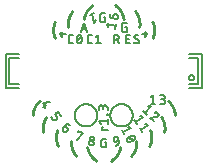
<source format=gto>
G75*
%MOIN*%
%OFA0B0*%
%FSLAX25Y25*%
%IPPOS*%
%LPD*%
%AMOC8*
5,1,8,0,0,1.08239X$1,22.5*
%
%ADD10C,0.00600*%
%ADD11C,0.00787*%
%ADD12C,0.00500*%
%ADD13C,0.01000*%
D10*
X0041045Y0043964D02*
X0041559Y0044600D01*
X0042322Y0043982D01*
X0041559Y0044599D02*
X0041606Y0044653D01*
X0041654Y0044704D01*
X0041706Y0044753D01*
X0041760Y0044798D01*
X0041817Y0044841D01*
X0041876Y0044881D01*
X0041936Y0044917D01*
X0041999Y0044950D01*
X0042063Y0044979D01*
X0042129Y0045005D01*
X0042197Y0045028D01*
X0042265Y0045046D01*
X0042334Y0045061D01*
X0042404Y0045073D01*
X0042475Y0045080D01*
X0042545Y0045084D01*
X0042616Y0045083D01*
X0042687Y0045079D01*
X0042757Y0045071D01*
X0042827Y0045060D01*
X0042896Y0045044D01*
X0042964Y0045025D01*
X0043031Y0045002D01*
X0043097Y0044976D01*
X0043161Y0044946D01*
X0043224Y0044912D01*
X0043284Y0044876D01*
X0043343Y0044836D01*
X0043399Y0044793D01*
X0042322Y0043982D02*
X0042358Y0043950D01*
X0042393Y0043915D01*
X0042424Y0043878D01*
X0042453Y0043838D01*
X0042479Y0043797D01*
X0042501Y0043753D01*
X0042521Y0043708D01*
X0042536Y0043662D01*
X0042549Y0043615D01*
X0042557Y0043567D01*
X0042563Y0043518D01*
X0042564Y0043469D01*
X0042562Y0043420D01*
X0042556Y0043372D01*
X0042546Y0043324D01*
X0042533Y0043277D01*
X0042517Y0043231D01*
X0042497Y0043186D01*
X0042474Y0043143D01*
X0042448Y0043102D01*
X0042418Y0043062D01*
X0042315Y0042935D01*
X0042316Y0042935D02*
X0042279Y0042893D01*
X0042240Y0042853D01*
X0042198Y0042817D01*
X0042153Y0042783D01*
X0042107Y0042752D01*
X0042058Y0042725D01*
X0042008Y0042700D01*
X0041956Y0042680D01*
X0041902Y0042663D01*
X0041848Y0042649D01*
X0041793Y0042640D01*
X0041738Y0042634D01*
X0041682Y0042632D01*
X0041626Y0042634D01*
X0041570Y0042639D01*
X0041515Y0042649D01*
X0041461Y0042662D01*
X0041408Y0042679D01*
X0041356Y0042699D01*
X0041305Y0042723D01*
X0041257Y0042750D01*
X0041210Y0042781D01*
X0041165Y0042814D01*
X0041123Y0042851D01*
X0041083Y0042890D01*
X0041047Y0042932D01*
X0041013Y0042977D01*
X0040982Y0043023D01*
X0040955Y0043072D01*
X0040930Y0043122D01*
X0040910Y0043174D01*
X0040893Y0043228D01*
X0040879Y0043282D01*
X0040870Y0043337D01*
X0040864Y0043392D01*
X0040862Y0043448D01*
X0040864Y0043504D01*
X0040869Y0043560D01*
X0040879Y0043615D01*
X0040892Y0043669D01*
X0040909Y0043722D01*
X0040929Y0043774D01*
X0040953Y0043825D01*
X0040980Y0043873D01*
X0041011Y0043920D01*
X0041044Y0043965D01*
X0038880Y0046697D02*
X0038623Y0046495D01*
X0038623Y0046496D02*
X0038583Y0046467D01*
X0038541Y0046441D01*
X0038498Y0046419D01*
X0038453Y0046400D01*
X0038407Y0046384D01*
X0038359Y0046372D01*
X0038311Y0046363D01*
X0038262Y0046358D01*
X0038213Y0046357D01*
X0038165Y0046359D01*
X0038116Y0046365D01*
X0038068Y0046375D01*
X0038021Y0046388D01*
X0037975Y0046405D01*
X0037930Y0046425D01*
X0037887Y0046448D01*
X0037846Y0046474D01*
X0037807Y0046504D01*
X0037770Y0046536D01*
X0037736Y0046571D01*
X0037705Y0046608D01*
X0037101Y0047381D01*
X0038881Y0046697D02*
X0038918Y0046728D01*
X0038953Y0046762D01*
X0038985Y0046799D01*
X0039015Y0046838D01*
X0039041Y0046879D01*
X0039064Y0046922D01*
X0039084Y0046967D01*
X0039101Y0047013D01*
X0039114Y0047060D01*
X0039124Y0047108D01*
X0039130Y0047157D01*
X0039132Y0047205D01*
X0039131Y0047254D01*
X0039126Y0047303D01*
X0039117Y0047351D01*
X0039105Y0047399D01*
X0039089Y0047445D01*
X0039070Y0047490D01*
X0039048Y0047533D01*
X0039022Y0047575D01*
X0038993Y0047615D01*
X0038389Y0048388D01*
X0039420Y0049193D01*
X0040427Y0047905D01*
X0036626Y0052632D02*
X0034316Y0052053D01*
X0035134Y0050637D01*
X0035455Y0051389D02*
X0034322Y0050735D01*
X0045603Y0039773D02*
X0047547Y0042130D01*
X0046053Y0042795D01*
X0045920Y0042496D01*
X0050071Y0040446D02*
X0050064Y0040396D01*
X0050061Y0040346D01*
X0050062Y0040296D01*
X0050067Y0040246D01*
X0050075Y0040197D01*
X0050087Y0040148D01*
X0050103Y0040100D01*
X0050123Y0040054D01*
X0050146Y0040010D01*
X0050172Y0039967D01*
X0050202Y0039927D01*
X0050234Y0039889D01*
X0050270Y0039853D01*
X0050308Y0039820D01*
X0050348Y0039791D01*
X0050390Y0039764D01*
X0050435Y0039741D01*
X0050481Y0039721D01*
X0050528Y0039705D01*
X0050577Y0039693D01*
X0050626Y0039684D01*
X0050676Y0039679D01*
X0050726Y0039678D01*
X0050776Y0039681D01*
X0050826Y0039687D01*
X0050875Y0039698D01*
X0050923Y0039712D01*
X0050970Y0039730D01*
X0051015Y0039751D01*
X0051059Y0039776D01*
X0051100Y0039804D01*
X0051140Y0039835D01*
X0051176Y0039869D01*
X0051211Y0039905D01*
X0051242Y0039944D01*
X0051270Y0039986D01*
X0051295Y0040029D01*
X0051316Y0040075D01*
X0051334Y0040121D01*
X0051348Y0040169D01*
X0051359Y0040218D01*
X0051366Y0040268D01*
X0051369Y0040318D01*
X0051368Y0040368D01*
X0051363Y0040418D01*
X0051355Y0040467D01*
X0051343Y0040516D01*
X0051327Y0040564D01*
X0051307Y0040610D01*
X0051284Y0040654D01*
X0051258Y0040697D01*
X0051228Y0040737D01*
X0051196Y0040775D01*
X0051160Y0040811D01*
X0051122Y0040844D01*
X0051082Y0040873D01*
X0051040Y0040900D01*
X0050995Y0040923D01*
X0050949Y0040943D01*
X0050902Y0040959D01*
X0050853Y0040971D01*
X0050804Y0040980D01*
X0050754Y0040985D01*
X0050704Y0040986D01*
X0050654Y0040983D01*
X0050604Y0040977D01*
X0050555Y0040966D01*
X0050507Y0040952D01*
X0050460Y0040934D01*
X0050415Y0040913D01*
X0050371Y0040888D01*
X0050330Y0040860D01*
X0050290Y0040829D01*
X0050254Y0040795D01*
X0050219Y0040759D01*
X0050188Y0040720D01*
X0050160Y0040678D01*
X0050135Y0040635D01*
X0050114Y0040589D01*
X0050096Y0040543D01*
X0050082Y0040495D01*
X0050071Y0040446D01*
X0049653Y0039025D02*
X0049646Y0038970D01*
X0049642Y0038914D01*
X0049641Y0038858D01*
X0049645Y0038802D01*
X0049652Y0038747D01*
X0049664Y0038692D01*
X0049678Y0038639D01*
X0049697Y0038586D01*
X0049719Y0038534D01*
X0049744Y0038485D01*
X0049773Y0038437D01*
X0049805Y0038391D01*
X0049840Y0038348D01*
X0049878Y0038307D01*
X0049919Y0038269D01*
X0049962Y0038233D01*
X0050008Y0038201D01*
X0050055Y0038172D01*
X0050105Y0038146D01*
X0050156Y0038123D01*
X0050209Y0038104D01*
X0050262Y0038089D01*
X0050317Y0038077D01*
X0050372Y0038070D01*
X0050428Y0038066D01*
X0050484Y0038065D01*
X0050540Y0038069D01*
X0050595Y0038076D01*
X0050650Y0038088D01*
X0050703Y0038102D01*
X0050756Y0038121D01*
X0050808Y0038143D01*
X0050857Y0038168D01*
X0050905Y0038197D01*
X0050951Y0038229D01*
X0050994Y0038264D01*
X0051035Y0038302D01*
X0051073Y0038343D01*
X0051109Y0038386D01*
X0051141Y0038432D01*
X0051170Y0038479D01*
X0051196Y0038529D01*
X0051219Y0038580D01*
X0051238Y0038633D01*
X0051253Y0038686D01*
X0051265Y0038741D01*
X0051273Y0038798D01*
X0051277Y0038854D01*
X0051277Y0038912D01*
X0051273Y0038969D01*
X0051265Y0039025D01*
X0051253Y0039081D01*
X0051237Y0039136D01*
X0051217Y0039189D01*
X0051194Y0039242D01*
X0051167Y0039292D01*
X0051137Y0039340D01*
X0051104Y0039387D01*
X0051067Y0039430D01*
X0051027Y0039471D01*
X0050985Y0039510D01*
X0050940Y0039545D01*
X0050892Y0039577D01*
X0050843Y0039605D01*
X0050792Y0039630D01*
X0050739Y0039652D01*
X0050684Y0039669D01*
X0050629Y0039683D01*
X0050573Y0039693D01*
X0050516Y0039699D01*
X0050459Y0039701D01*
X0050402Y0039699D01*
X0050345Y0039693D01*
X0050289Y0039683D01*
X0050234Y0039669D01*
X0050179Y0039652D01*
X0050126Y0039630D01*
X0050075Y0039605D01*
X0050026Y0039577D01*
X0049978Y0039545D01*
X0049933Y0039510D01*
X0049891Y0039471D01*
X0049851Y0039430D01*
X0049814Y0039387D01*
X0049781Y0039340D01*
X0049751Y0039292D01*
X0049724Y0039242D01*
X0049701Y0039189D01*
X0049681Y0039136D01*
X0049665Y0039081D01*
X0049653Y0039025D01*
X0053779Y0039666D02*
X0053779Y0038031D01*
X0053781Y0037982D01*
X0053786Y0037934D01*
X0053795Y0037885D01*
X0053808Y0037838D01*
X0053824Y0037792D01*
X0053844Y0037747D01*
X0053867Y0037704D01*
X0053893Y0037663D01*
X0053922Y0037623D01*
X0053954Y0037586D01*
X0053988Y0037552D01*
X0054025Y0037520D01*
X0054065Y0037491D01*
X0054106Y0037465D01*
X0054149Y0037442D01*
X0054194Y0037422D01*
X0054240Y0037406D01*
X0054287Y0037393D01*
X0054336Y0037384D01*
X0054384Y0037379D01*
X0054433Y0037377D01*
X0055414Y0037377D01*
X0055414Y0039012D01*
X0054923Y0039012D01*
X0053779Y0039666D02*
X0053781Y0039715D01*
X0053786Y0039763D01*
X0053795Y0039812D01*
X0053808Y0039859D01*
X0053824Y0039905D01*
X0053844Y0039950D01*
X0053867Y0039993D01*
X0053893Y0040034D01*
X0053922Y0040074D01*
X0053954Y0040111D01*
X0053988Y0040145D01*
X0054025Y0040177D01*
X0054065Y0040206D01*
X0054106Y0040232D01*
X0054149Y0040255D01*
X0054194Y0040275D01*
X0054240Y0040291D01*
X0054287Y0040304D01*
X0054336Y0040313D01*
X0054384Y0040318D01*
X0054433Y0040320D01*
X0055414Y0040320D01*
X0057898Y0040029D02*
X0057927Y0039868D01*
X0057937Y0039821D01*
X0057951Y0039774D01*
X0057968Y0039728D01*
X0057989Y0039684D01*
X0058013Y0039641D01*
X0058040Y0039600D01*
X0058070Y0039562D01*
X0058103Y0039525D01*
X0058138Y0039492D01*
X0058176Y0039461D01*
X0058216Y0039433D01*
X0058258Y0039408D01*
X0058302Y0039386D01*
X0058347Y0039367D01*
X0058394Y0039352D01*
X0058441Y0039341D01*
X0058490Y0039333D01*
X0058538Y0039329D01*
X0058587Y0039328D01*
X0058636Y0039331D01*
X0058685Y0039338D01*
X0058684Y0039338D02*
X0059651Y0039508D01*
X0059509Y0040313D01*
X0059510Y0040313D02*
X0059498Y0040368D01*
X0059483Y0040421D01*
X0059464Y0040474D01*
X0059441Y0040525D01*
X0059415Y0040575D01*
X0059386Y0040622D01*
X0059354Y0040668D01*
X0059319Y0040711D01*
X0059280Y0040752D01*
X0059239Y0040790D01*
X0059196Y0040825D01*
X0059150Y0040857D01*
X0059102Y0040886D01*
X0059053Y0040911D01*
X0059001Y0040933D01*
X0058949Y0040952D01*
X0058895Y0040966D01*
X0058840Y0040978D01*
X0058785Y0040985D01*
X0058729Y0040989D01*
X0058673Y0040988D01*
X0058617Y0040984D01*
X0058562Y0040977D01*
X0058507Y0040965D01*
X0058454Y0040950D01*
X0058401Y0040931D01*
X0058350Y0040908D01*
X0058300Y0040882D01*
X0058253Y0040853D01*
X0058207Y0040821D01*
X0058164Y0040785D01*
X0058123Y0040747D01*
X0058085Y0040706D01*
X0058050Y0040663D01*
X0058018Y0040617D01*
X0057989Y0040569D01*
X0057964Y0040520D01*
X0057942Y0040468D01*
X0057923Y0040415D01*
X0057909Y0040362D01*
X0057897Y0040307D01*
X0057890Y0040252D01*
X0057886Y0040196D01*
X0057887Y0040140D01*
X0057891Y0040084D01*
X0057898Y0040029D01*
X0059650Y0039508D02*
X0059661Y0039438D01*
X0059667Y0039368D01*
X0059670Y0039297D01*
X0059669Y0039226D01*
X0059664Y0039155D01*
X0059655Y0039085D01*
X0059643Y0039015D01*
X0059626Y0038946D01*
X0059606Y0038878D01*
X0059583Y0038812D01*
X0059556Y0038746D01*
X0059525Y0038682D01*
X0059491Y0038620D01*
X0059453Y0038560D01*
X0059413Y0038502D01*
X0059369Y0038446D01*
X0059322Y0038393D01*
X0059273Y0038342D01*
X0059221Y0038294D01*
X0059166Y0038249D01*
X0059109Y0038207D01*
X0059050Y0038168D01*
X0058989Y0038133D01*
X0058925Y0038101D01*
X0058861Y0038072D01*
X0058795Y0038047D01*
X0058727Y0038025D01*
X0058659Y0038007D01*
X0058589Y0037993D01*
X0061308Y0041785D02*
X0060643Y0043279D01*
X0060975Y0042532D02*
X0063664Y0043729D01*
X0062734Y0044210D01*
X0064820Y0040127D02*
X0064760Y0040058D01*
X0064697Y0039991D01*
X0064632Y0039927D01*
X0064564Y0039865D01*
X0064494Y0039806D01*
X0064422Y0039749D01*
X0064348Y0039695D01*
X0064272Y0039644D01*
X0064194Y0039596D01*
X0064114Y0039551D01*
X0064032Y0039510D01*
X0063949Y0039471D01*
X0063284Y0040963D02*
X0063201Y0040925D01*
X0063119Y0040883D01*
X0063039Y0040838D01*
X0062961Y0040790D01*
X0062885Y0040739D01*
X0062811Y0040685D01*
X0062739Y0040628D01*
X0062669Y0040569D01*
X0062601Y0040507D01*
X0062536Y0040443D01*
X0062473Y0040376D01*
X0062413Y0040307D01*
X0062604Y0040482D02*
X0064629Y0039952D01*
X0064961Y0040816D02*
X0064940Y0040858D01*
X0064916Y0040898D01*
X0064889Y0040937D01*
X0064859Y0040973D01*
X0064827Y0041007D01*
X0064792Y0041038D01*
X0064754Y0041066D01*
X0064715Y0041091D01*
X0064673Y0041114D01*
X0064630Y0041133D01*
X0064586Y0041148D01*
X0064541Y0041160D01*
X0064495Y0041169D01*
X0064448Y0041174D01*
X0064401Y0041175D01*
X0064354Y0041173D01*
X0064961Y0040816D02*
X0064978Y0040773D01*
X0064992Y0040728D01*
X0065003Y0040682D01*
X0065009Y0040636D01*
X0065013Y0040589D01*
X0065012Y0040542D01*
X0065008Y0040495D01*
X0065001Y0040449D01*
X0064990Y0040403D01*
X0064975Y0040359D01*
X0064957Y0040316D01*
X0064936Y0040274D01*
X0064911Y0040234D01*
X0064883Y0040196D01*
X0064853Y0040160D01*
X0064820Y0040127D01*
X0064355Y0041172D02*
X0064264Y0041173D01*
X0064172Y0041171D01*
X0064080Y0041165D01*
X0063989Y0041157D01*
X0063898Y0041144D01*
X0063808Y0041128D01*
X0063718Y0041109D01*
X0063630Y0041087D01*
X0063542Y0041061D01*
X0063455Y0041032D01*
X0063369Y0040999D01*
X0063285Y0040963D01*
X0063949Y0039471D02*
X0063865Y0039435D01*
X0063779Y0039403D01*
X0063692Y0039373D01*
X0063604Y0039347D01*
X0063516Y0039325D01*
X0063426Y0039306D01*
X0063336Y0039290D01*
X0063245Y0039277D01*
X0063154Y0039268D01*
X0063062Y0039263D01*
X0062970Y0039261D01*
X0062879Y0039262D01*
X0062272Y0039619D02*
X0062255Y0039662D01*
X0062241Y0039707D01*
X0062230Y0039753D01*
X0062224Y0039799D01*
X0062220Y0039846D01*
X0062221Y0039893D01*
X0062225Y0039940D01*
X0062232Y0039986D01*
X0062243Y0040032D01*
X0062258Y0040076D01*
X0062276Y0040119D01*
X0062297Y0040161D01*
X0062322Y0040201D01*
X0062350Y0040239D01*
X0062380Y0040275D01*
X0062413Y0040308D01*
X0062272Y0039619D02*
X0062293Y0039577D01*
X0062317Y0039537D01*
X0062344Y0039498D01*
X0062374Y0039462D01*
X0062406Y0039428D01*
X0062441Y0039397D01*
X0062479Y0039369D01*
X0062518Y0039344D01*
X0062560Y0039321D01*
X0062603Y0039302D01*
X0062647Y0039287D01*
X0062692Y0039275D01*
X0062738Y0039266D01*
X0062785Y0039261D01*
X0062832Y0039260D01*
X0062879Y0039262D01*
X0067491Y0042426D02*
X0066553Y0043766D01*
X0067022Y0043096D02*
X0069433Y0044784D01*
X0068428Y0045079D01*
X0067604Y0047396D02*
X0066599Y0047691D01*
X0067604Y0047396D02*
X0065193Y0045708D01*
X0064724Y0046378D02*
X0065662Y0045038D01*
X0068871Y0048301D02*
X0067656Y0049395D01*
X0068264Y0048848D02*
X0070233Y0051035D01*
X0069188Y0051096D01*
X0070208Y0051875D02*
X0071843Y0051875D01*
X0071026Y0051875D02*
X0071026Y0054818D01*
X0070208Y0054164D01*
X0073397Y0054818D02*
X0074378Y0054818D01*
X0074428Y0054816D01*
X0074478Y0054810D01*
X0074527Y0054801D01*
X0074575Y0054788D01*
X0074622Y0054771D01*
X0074668Y0054750D01*
X0074712Y0054726D01*
X0074754Y0054699D01*
X0074794Y0054669D01*
X0074832Y0054635D01*
X0074866Y0054599D01*
X0074898Y0054560D01*
X0074927Y0054519D01*
X0074953Y0054476D01*
X0074975Y0054432D01*
X0074994Y0054385D01*
X0075009Y0054337D01*
X0075020Y0054289D01*
X0075028Y0054239D01*
X0075032Y0054189D01*
X0075032Y0054139D01*
X0075028Y0054089D01*
X0075020Y0054039D01*
X0075009Y0053991D01*
X0074994Y0053943D01*
X0074975Y0053896D01*
X0074953Y0053852D01*
X0074927Y0053809D01*
X0074898Y0053768D01*
X0074866Y0053729D01*
X0074832Y0053693D01*
X0074794Y0053659D01*
X0074754Y0053629D01*
X0074712Y0053602D01*
X0074668Y0053578D01*
X0074622Y0053557D01*
X0074575Y0053540D01*
X0074527Y0053527D01*
X0074478Y0053518D01*
X0074428Y0053512D01*
X0074378Y0053510D01*
X0073724Y0053510D01*
X0074215Y0053510D02*
X0074271Y0053508D01*
X0074326Y0053502D01*
X0074381Y0053493D01*
X0074436Y0053480D01*
X0074489Y0053463D01*
X0074541Y0053442D01*
X0074591Y0053418D01*
X0074640Y0053391D01*
X0074687Y0053360D01*
X0074731Y0053327D01*
X0074773Y0053290D01*
X0074813Y0053250D01*
X0074850Y0053208D01*
X0074883Y0053164D01*
X0074914Y0053117D01*
X0074941Y0053068D01*
X0074965Y0053018D01*
X0074986Y0052966D01*
X0075003Y0052913D01*
X0075016Y0052858D01*
X0075025Y0052803D01*
X0075031Y0052748D01*
X0075033Y0052692D01*
X0075031Y0052636D01*
X0075025Y0052581D01*
X0075016Y0052526D01*
X0075003Y0052471D01*
X0074986Y0052418D01*
X0074965Y0052366D01*
X0074941Y0052316D01*
X0074914Y0052267D01*
X0074883Y0052220D01*
X0074850Y0052176D01*
X0074813Y0052134D01*
X0074773Y0052094D01*
X0074731Y0052057D01*
X0074687Y0052024D01*
X0074640Y0051993D01*
X0074591Y0051966D01*
X0074541Y0051942D01*
X0074489Y0051921D01*
X0074436Y0051904D01*
X0074381Y0051891D01*
X0074326Y0051882D01*
X0074271Y0051876D01*
X0074215Y0051874D01*
X0074215Y0051875D02*
X0073397Y0051875D01*
X0072718Y0047807D02*
X0072681Y0047769D01*
X0072642Y0047733D01*
X0072600Y0047700D01*
X0072556Y0047670D01*
X0072510Y0047643D01*
X0072462Y0047619D01*
X0072413Y0047598D01*
X0072363Y0047581D01*
X0072311Y0047567D01*
X0072259Y0047556D01*
X0072206Y0047550D01*
X0072153Y0047546D01*
X0070026Y0047261D01*
X0071241Y0046167D01*
X0071558Y0048962D02*
X0071610Y0048990D01*
X0071664Y0049015D01*
X0071720Y0049036D01*
X0071776Y0049054D01*
X0071834Y0049068D01*
X0071892Y0049079D01*
X0071951Y0049086D01*
X0072011Y0049089D01*
X0072070Y0049088D01*
X0072129Y0049084D01*
X0072188Y0049076D01*
X0072246Y0049064D01*
X0072304Y0049049D01*
X0072360Y0049030D01*
X0072415Y0049007D01*
X0072469Y0048982D01*
X0072520Y0048952D01*
X0072570Y0048920D01*
X0072618Y0048885D01*
X0072663Y0048846D01*
X0072663Y0048847D02*
X0072701Y0048810D01*
X0072736Y0048771D01*
X0072768Y0048730D01*
X0072798Y0048686D01*
X0072824Y0048640D01*
X0072846Y0048593D01*
X0072865Y0048544D01*
X0072881Y0048494D01*
X0072893Y0048443D01*
X0072901Y0048391D01*
X0072906Y0048339D01*
X0072907Y0048286D01*
X0072904Y0048234D01*
X0072897Y0048181D01*
X0072887Y0048130D01*
X0072873Y0048079D01*
X0072856Y0048030D01*
X0072835Y0047982D01*
X0072810Y0047935D01*
X0072782Y0047890D01*
X0072752Y0047848D01*
X0072718Y0047808D01*
X0055871Y0048304D02*
X0055871Y0048468D01*
X0055708Y0048468D01*
X0055708Y0048304D01*
X0055871Y0048304D01*
X0055871Y0046971D02*
X0055871Y0045336D01*
X0055871Y0046154D02*
X0052928Y0046154D01*
X0053582Y0045336D01*
X0053909Y0044171D02*
X0054236Y0044171D01*
X0053909Y0044171D02*
X0053909Y0043190D01*
X0055871Y0043190D01*
X0055871Y0049801D02*
X0055871Y0050618D01*
X0055872Y0050618D02*
X0055870Y0050674D01*
X0055864Y0050729D01*
X0055855Y0050784D01*
X0055842Y0050839D01*
X0055825Y0050892D01*
X0055804Y0050944D01*
X0055780Y0050994D01*
X0055753Y0051043D01*
X0055722Y0051090D01*
X0055689Y0051134D01*
X0055652Y0051176D01*
X0055612Y0051216D01*
X0055570Y0051253D01*
X0055526Y0051286D01*
X0055479Y0051317D01*
X0055430Y0051344D01*
X0055380Y0051368D01*
X0055328Y0051389D01*
X0055275Y0051406D01*
X0055220Y0051419D01*
X0055165Y0051428D01*
X0055110Y0051434D01*
X0055054Y0051436D01*
X0054998Y0051434D01*
X0054943Y0051428D01*
X0054888Y0051419D01*
X0054833Y0051406D01*
X0054780Y0051389D01*
X0054728Y0051368D01*
X0054678Y0051344D01*
X0054629Y0051317D01*
X0054582Y0051286D01*
X0054538Y0051253D01*
X0054496Y0051216D01*
X0054456Y0051176D01*
X0054419Y0051134D01*
X0054386Y0051090D01*
X0054355Y0051043D01*
X0054328Y0050994D01*
X0054304Y0050944D01*
X0054283Y0050892D01*
X0054266Y0050839D01*
X0054253Y0050784D01*
X0054244Y0050729D01*
X0054238Y0050674D01*
X0054236Y0050618D01*
X0054236Y0050782D02*
X0054236Y0050128D01*
X0054236Y0050782D02*
X0054234Y0050832D01*
X0054228Y0050882D01*
X0054219Y0050931D01*
X0054206Y0050979D01*
X0054189Y0051026D01*
X0054168Y0051072D01*
X0054144Y0051116D01*
X0054117Y0051158D01*
X0054087Y0051198D01*
X0054053Y0051236D01*
X0054017Y0051270D01*
X0053978Y0051302D01*
X0053937Y0051331D01*
X0053894Y0051357D01*
X0053850Y0051379D01*
X0053803Y0051398D01*
X0053755Y0051413D01*
X0053707Y0051424D01*
X0053657Y0051432D01*
X0053607Y0051436D01*
X0053557Y0051436D01*
X0053507Y0051432D01*
X0053457Y0051424D01*
X0053409Y0051413D01*
X0053361Y0051398D01*
X0053314Y0051379D01*
X0053270Y0051357D01*
X0053227Y0051331D01*
X0053186Y0051302D01*
X0053147Y0051270D01*
X0053111Y0051236D01*
X0053077Y0051198D01*
X0053047Y0051158D01*
X0053020Y0051116D01*
X0052996Y0051072D01*
X0052975Y0051026D01*
X0052958Y0050979D01*
X0052945Y0050931D01*
X0052936Y0050882D01*
X0052930Y0050832D01*
X0052928Y0050782D01*
X0052928Y0049801D01*
X0052783Y0072022D02*
X0052783Y0074966D01*
X0051965Y0074312D01*
X0050601Y0074966D02*
X0049947Y0074966D01*
X0049898Y0074964D01*
X0049850Y0074959D01*
X0049801Y0074950D01*
X0049754Y0074937D01*
X0049708Y0074921D01*
X0049663Y0074901D01*
X0049620Y0074878D01*
X0049579Y0074852D01*
X0049539Y0074823D01*
X0049502Y0074791D01*
X0049468Y0074757D01*
X0049436Y0074720D01*
X0049407Y0074680D01*
X0049381Y0074639D01*
X0049358Y0074596D01*
X0049338Y0074551D01*
X0049322Y0074505D01*
X0049309Y0074458D01*
X0049300Y0074409D01*
X0049295Y0074361D01*
X0049293Y0074312D01*
X0049293Y0072677D01*
X0049295Y0072628D01*
X0049300Y0072580D01*
X0049309Y0072531D01*
X0049322Y0072484D01*
X0049338Y0072438D01*
X0049358Y0072393D01*
X0049381Y0072350D01*
X0049407Y0072309D01*
X0049436Y0072269D01*
X0049468Y0072232D01*
X0049502Y0072198D01*
X0049539Y0072166D01*
X0049579Y0072137D01*
X0049620Y0072111D01*
X0049663Y0072088D01*
X0049708Y0072068D01*
X0049754Y0072052D01*
X0049801Y0072039D01*
X0049850Y0072030D01*
X0049898Y0072025D01*
X0049947Y0072023D01*
X0049947Y0072022D02*
X0050601Y0072022D01*
X0051965Y0072022D02*
X0053600Y0072022D01*
X0057913Y0072022D02*
X0057913Y0074966D01*
X0058730Y0074966D01*
X0058786Y0074964D01*
X0058841Y0074958D01*
X0058896Y0074949D01*
X0058951Y0074936D01*
X0059004Y0074919D01*
X0059056Y0074898D01*
X0059106Y0074874D01*
X0059155Y0074847D01*
X0059202Y0074816D01*
X0059246Y0074783D01*
X0059288Y0074746D01*
X0059328Y0074706D01*
X0059365Y0074664D01*
X0059398Y0074620D01*
X0059429Y0074573D01*
X0059456Y0074524D01*
X0059480Y0074474D01*
X0059501Y0074422D01*
X0059518Y0074369D01*
X0059531Y0074314D01*
X0059540Y0074259D01*
X0059546Y0074204D01*
X0059548Y0074148D01*
X0059546Y0074092D01*
X0059540Y0074037D01*
X0059531Y0073982D01*
X0059518Y0073927D01*
X0059501Y0073874D01*
X0059480Y0073822D01*
X0059456Y0073772D01*
X0059429Y0073723D01*
X0059398Y0073676D01*
X0059365Y0073632D01*
X0059328Y0073590D01*
X0059288Y0073550D01*
X0059246Y0073513D01*
X0059202Y0073480D01*
X0059155Y0073449D01*
X0059106Y0073422D01*
X0059056Y0073398D01*
X0059004Y0073377D01*
X0058951Y0073360D01*
X0058896Y0073347D01*
X0058841Y0073338D01*
X0058786Y0073332D01*
X0058730Y0073330D01*
X0058730Y0073331D02*
X0057913Y0073331D01*
X0058894Y0073331D02*
X0059548Y0072022D01*
X0062154Y0072022D02*
X0062154Y0074966D01*
X0063462Y0074966D01*
X0063135Y0073658D02*
X0062154Y0073658D01*
X0062154Y0072022D02*
X0063462Y0072022D01*
X0066003Y0073249D02*
X0066045Y0073223D01*
X0066084Y0073193D01*
X0066121Y0073161D01*
X0066156Y0073126D01*
X0066188Y0073088D01*
X0066217Y0073048D01*
X0066243Y0073006D01*
X0066265Y0072963D01*
X0066285Y0072918D01*
X0066301Y0072871D01*
X0066314Y0072824D01*
X0066323Y0072775D01*
X0066328Y0072726D01*
X0066330Y0072677D01*
X0066328Y0072628D01*
X0066323Y0072580D01*
X0066314Y0072531D01*
X0066301Y0072484D01*
X0066285Y0072438D01*
X0066265Y0072393D01*
X0066242Y0072350D01*
X0066216Y0072309D01*
X0066187Y0072269D01*
X0066155Y0072232D01*
X0066121Y0072198D01*
X0066084Y0072166D01*
X0066044Y0072137D01*
X0066003Y0072111D01*
X0065960Y0072088D01*
X0065915Y0072068D01*
X0065869Y0072052D01*
X0065822Y0072039D01*
X0065773Y0072030D01*
X0065725Y0072025D01*
X0065676Y0072023D01*
X0066003Y0073249D02*
X0065104Y0073739D01*
X0065431Y0074965D02*
X0065497Y0074963D01*
X0065562Y0074958D01*
X0065627Y0074949D01*
X0065692Y0074937D01*
X0065756Y0074921D01*
X0065819Y0074902D01*
X0065880Y0074880D01*
X0065941Y0074854D01*
X0066000Y0074825D01*
X0066057Y0074793D01*
X0066113Y0074758D01*
X0066167Y0074720D01*
X0065104Y0073740D02*
X0065062Y0073766D01*
X0065023Y0073796D01*
X0064986Y0073828D01*
X0064951Y0073863D01*
X0064920Y0073901D01*
X0064890Y0073941D01*
X0064864Y0073983D01*
X0064842Y0074026D01*
X0064822Y0074071D01*
X0064806Y0074118D01*
X0064793Y0074165D01*
X0064784Y0074214D01*
X0064779Y0074263D01*
X0064777Y0074312D01*
X0064779Y0074361D01*
X0064784Y0074409D01*
X0064793Y0074458D01*
X0064806Y0074505D01*
X0064822Y0074551D01*
X0064842Y0074596D01*
X0064865Y0074639D01*
X0064891Y0074680D01*
X0064920Y0074720D01*
X0064952Y0074757D01*
X0064986Y0074791D01*
X0065023Y0074823D01*
X0065063Y0074852D01*
X0065104Y0074878D01*
X0065147Y0074901D01*
X0065192Y0074921D01*
X0065238Y0074937D01*
X0065285Y0074950D01*
X0065334Y0074959D01*
X0065382Y0074964D01*
X0065431Y0074966D01*
X0064695Y0072431D02*
X0064747Y0072381D01*
X0064802Y0072333D01*
X0064860Y0072289D01*
X0064920Y0072247D01*
X0064982Y0072209D01*
X0065046Y0072174D01*
X0065111Y0072143D01*
X0065178Y0072115D01*
X0065247Y0072090D01*
X0065316Y0072070D01*
X0065387Y0072053D01*
X0065459Y0072039D01*
X0065531Y0072030D01*
X0065603Y0072024D01*
X0065676Y0072022D01*
X0062304Y0075959D02*
X0061323Y0075959D01*
X0061323Y0075960D02*
X0061274Y0075962D01*
X0061226Y0075967D01*
X0061177Y0075976D01*
X0061130Y0075989D01*
X0061084Y0076005D01*
X0061039Y0076025D01*
X0060996Y0076048D01*
X0060955Y0076074D01*
X0060915Y0076103D01*
X0060878Y0076135D01*
X0060844Y0076169D01*
X0060812Y0076206D01*
X0060783Y0076246D01*
X0060757Y0076287D01*
X0060734Y0076330D01*
X0060714Y0076375D01*
X0060698Y0076421D01*
X0060685Y0076468D01*
X0060676Y0076517D01*
X0060671Y0076565D01*
X0060669Y0076614D01*
X0060669Y0078249D01*
X0060671Y0078298D01*
X0060676Y0078346D01*
X0060685Y0078395D01*
X0060698Y0078442D01*
X0060714Y0078488D01*
X0060734Y0078533D01*
X0060757Y0078576D01*
X0060783Y0078617D01*
X0060812Y0078657D01*
X0060844Y0078694D01*
X0060878Y0078728D01*
X0060915Y0078760D01*
X0060955Y0078789D01*
X0060996Y0078815D01*
X0061039Y0078838D01*
X0061084Y0078858D01*
X0061130Y0078874D01*
X0061177Y0078887D01*
X0061226Y0078896D01*
X0061274Y0078901D01*
X0061323Y0078903D01*
X0062304Y0078903D01*
X0062304Y0077595D02*
X0061813Y0077595D01*
X0062304Y0077595D02*
X0062304Y0075959D01*
X0058346Y0076886D02*
X0058770Y0078465D01*
X0058558Y0077675D02*
X0055715Y0078437D01*
X0056135Y0077478D01*
X0055020Y0079109D02*
X0054039Y0079109D01*
X0053990Y0079111D01*
X0053942Y0079116D01*
X0053893Y0079125D01*
X0053846Y0079138D01*
X0053800Y0079154D01*
X0053755Y0079174D01*
X0053712Y0079197D01*
X0053671Y0079223D01*
X0053631Y0079252D01*
X0053594Y0079284D01*
X0053560Y0079318D01*
X0053528Y0079355D01*
X0053499Y0079395D01*
X0053473Y0079436D01*
X0053450Y0079479D01*
X0053430Y0079524D01*
X0053414Y0079570D01*
X0053401Y0079617D01*
X0053392Y0079666D01*
X0053387Y0079714D01*
X0053385Y0079763D01*
X0053385Y0081398D01*
X0053387Y0081447D01*
X0053392Y0081495D01*
X0053401Y0081544D01*
X0053414Y0081591D01*
X0053430Y0081637D01*
X0053450Y0081682D01*
X0053473Y0081725D01*
X0053499Y0081766D01*
X0053528Y0081806D01*
X0053560Y0081843D01*
X0053594Y0081877D01*
X0053631Y0081909D01*
X0053671Y0081938D01*
X0053712Y0081964D01*
X0053755Y0081987D01*
X0053800Y0082007D01*
X0053846Y0082023D01*
X0053893Y0082036D01*
X0053942Y0082045D01*
X0053990Y0082050D01*
X0054039Y0082052D01*
X0055020Y0082052D01*
X0055020Y0080744D02*
X0055020Y0079109D01*
X0055020Y0080744D02*
X0054530Y0080744D01*
X0057592Y0080389D02*
X0058382Y0080178D01*
X0058382Y0080177D02*
X0058438Y0080164D01*
X0058494Y0080155D01*
X0058551Y0080150D01*
X0058608Y0080149D01*
X0058665Y0080152D01*
X0058722Y0080159D01*
X0058778Y0080170D01*
X0058833Y0080185D01*
X0058887Y0080203D01*
X0058940Y0080226D01*
X0058991Y0080252D01*
X0059040Y0080281D01*
X0059086Y0080314D01*
X0059131Y0080350D01*
X0059172Y0080389D01*
X0059211Y0080430D01*
X0059247Y0080475D01*
X0059280Y0080521D01*
X0059309Y0080570D01*
X0059335Y0080621D01*
X0059358Y0080674D01*
X0059376Y0080728D01*
X0059391Y0080783D01*
X0059402Y0080839D01*
X0059409Y0080896D01*
X0059412Y0080953D01*
X0059411Y0081010D01*
X0059406Y0081067D01*
X0059397Y0081123D01*
X0059384Y0081179D01*
X0059367Y0081233D01*
X0059347Y0081287D01*
X0059323Y0081338D01*
X0059295Y0081388D01*
X0059264Y0081436D01*
X0059230Y0081482D01*
X0059192Y0081525D01*
X0059152Y0081565D01*
X0059109Y0081603D01*
X0059063Y0081637D01*
X0059015Y0081668D01*
X0058965Y0081696D01*
X0058914Y0081720D01*
X0058860Y0081740D01*
X0058806Y0081757D01*
X0058805Y0081757D02*
X0058647Y0081799D01*
X0058647Y0081800D02*
X0058600Y0081811D01*
X0058551Y0081818D01*
X0058502Y0081822D01*
X0058454Y0081822D01*
X0058405Y0081818D01*
X0058356Y0081811D01*
X0058309Y0081800D01*
X0058262Y0081785D01*
X0058216Y0081767D01*
X0058172Y0081746D01*
X0058130Y0081722D01*
X0058090Y0081694D01*
X0058051Y0081664D01*
X0058016Y0081630D01*
X0057982Y0081595D01*
X0057952Y0081556D01*
X0057924Y0081516D01*
X0057900Y0081474D01*
X0057879Y0081430D01*
X0057861Y0081384D01*
X0057846Y0081337D01*
X0057592Y0080389D01*
X0057592Y0080390D02*
X0057525Y0080410D01*
X0057458Y0080434D01*
X0057393Y0080461D01*
X0057329Y0080492D01*
X0057267Y0080526D01*
X0057207Y0080564D01*
X0057149Y0080605D01*
X0057093Y0080648D01*
X0057040Y0080695D01*
X0056990Y0080745D01*
X0056942Y0080797D01*
X0056897Y0080852D01*
X0056855Y0080909D01*
X0056816Y0080969D01*
X0056781Y0081030D01*
X0056749Y0081093D01*
X0056720Y0081158D01*
X0056695Y0081224D01*
X0056674Y0081292D01*
X0056656Y0081360D01*
X0056642Y0081430D01*
X0056632Y0081500D01*
X0056626Y0081570D01*
X0056623Y0081641D01*
X0056624Y0081712D01*
X0056629Y0081783D01*
X0056638Y0081853D01*
X0056651Y0081923D01*
X0056668Y0081992D01*
X0052054Y0079806D02*
X0051434Y0078962D01*
X0050672Y0081805D01*
X0049883Y0081594D02*
X0051462Y0082017D01*
X0048100Y0078903D02*
X0049081Y0075959D01*
X0048836Y0076695D02*
X0047365Y0076695D01*
X0047119Y0075959D02*
X0048100Y0078903D01*
X0047138Y0074312D02*
X0045830Y0072677D01*
X0046484Y0072022D02*
X0046531Y0072024D01*
X0046577Y0072029D01*
X0046623Y0072038D01*
X0046669Y0072051D01*
X0046713Y0072067D01*
X0046755Y0072086D01*
X0046796Y0072109D01*
X0046836Y0072135D01*
X0046873Y0072163D01*
X0046907Y0072195D01*
X0046940Y0072229D01*
X0046969Y0072265D01*
X0046996Y0072304D01*
X0047019Y0072345D01*
X0047039Y0072387D01*
X0047056Y0072431D01*
X0046484Y0072022D02*
X0046437Y0072024D01*
X0046391Y0072029D01*
X0046345Y0072038D01*
X0046299Y0072051D01*
X0046255Y0072067D01*
X0046213Y0072086D01*
X0046172Y0072109D01*
X0046132Y0072135D01*
X0046095Y0072163D01*
X0046061Y0072195D01*
X0046028Y0072229D01*
X0045999Y0072265D01*
X0045972Y0072304D01*
X0045949Y0072345D01*
X0045929Y0072387D01*
X0045912Y0072431D01*
X0047301Y0073494D02*
X0047299Y0073586D01*
X0047294Y0073677D01*
X0047285Y0073768D01*
X0047273Y0073859D01*
X0047258Y0073950D01*
X0047239Y0074039D01*
X0047217Y0074128D01*
X0047191Y0074216D01*
X0047162Y0074303D01*
X0047130Y0074389D01*
X0047094Y0074474D01*
X0047056Y0074557D01*
X0047039Y0074601D01*
X0047019Y0074643D01*
X0046996Y0074684D01*
X0046969Y0074723D01*
X0046940Y0074759D01*
X0046907Y0074793D01*
X0046873Y0074825D01*
X0046836Y0074853D01*
X0046796Y0074879D01*
X0046755Y0074902D01*
X0046713Y0074921D01*
X0046669Y0074937D01*
X0046623Y0074950D01*
X0046577Y0074959D01*
X0046531Y0074964D01*
X0046484Y0074966D01*
X0046437Y0074964D01*
X0046391Y0074959D01*
X0046345Y0074950D01*
X0046299Y0074937D01*
X0046255Y0074921D01*
X0046213Y0074902D01*
X0046172Y0074879D01*
X0046132Y0074853D01*
X0046095Y0074825D01*
X0046061Y0074793D01*
X0046028Y0074759D01*
X0045999Y0074723D01*
X0045972Y0074684D01*
X0045949Y0074643D01*
X0045929Y0074601D01*
X0045912Y0074557D01*
X0047302Y0073494D02*
X0047300Y0073402D01*
X0047295Y0073311D01*
X0047286Y0073219D01*
X0047274Y0073129D01*
X0047259Y0073038D01*
X0047240Y0072948D01*
X0047218Y0072860D01*
X0047192Y0072772D01*
X0047163Y0072685D01*
X0047131Y0072599D01*
X0047095Y0072514D01*
X0047057Y0072431D01*
X0045666Y0073494D02*
X0045668Y0073586D01*
X0045673Y0073677D01*
X0045682Y0073768D01*
X0045694Y0073859D01*
X0045709Y0073950D01*
X0045728Y0074039D01*
X0045750Y0074128D01*
X0045776Y0074216D01*
X0045805Y0074303D01*
X0045837Y0074389D01*
X0045873Y0074474D01*
X0045911Y0074557D01*
X0044302Y0074966D02*
X0043648Y0074966D01*
X0043599Y0074964D01*
X0043551Y0074959D01*
X0043502Y0074950D01*
X0043455Y0074937D01*
X0043409Y0074921D01*
X0043364Y0074901D01*
X0043321Y0074878D01*
X0043280Y0074852D01*
X0043240Y0074823D01*
X0043203Y0074791D01*
X0043169Y0074757D01*
X0043137Y0074720D01*
X0043108Y0074680D01*
X0043082Y0074639D01*
X0043059Y0074596D01*
X0043039Y0074551D01*
X0043023Y0074505D01*
X0043010Y0074458D01*
X0043001Y0074409D01*
X0042996Y0074361D01*
X0042994Y0074312D01*
X0042994Y0072677D01*
X0042996Y0072628D01*
X0043001Y0072580D01*
X0043010Y0072531D01*
X0043023Y0072484D01*
X0043039Y0072438D01*
X0043059Y0072393D01*
X0043082Y0072350D01*
X0043108Y0072309D01*
X0043137Y0072269D01*
X0043169Y0072232D01*
X0043203Y0072198D01*
X0043240Y0072166D01*
X0043280Y0072137D01*
X0043321Y0072111D01*
X0043364Y0072088D01*
X0043409Y0072068D01*
X0043455Y0072052D01*
X0043502Y0072039D01*
X0043551Y0072030D01*
X0043599Y0072025D01*
X0043648Y0072023D01*
X0043648Y0072022D02*
X0044302Y0072022D01*
X0045911Y0072431D02*
X0045873Y0072514D01*
X0045837Y0072599D01*
X0045805Y0072685D01*
X0045776Y0072772D01*
X0045750Y0072860D01*
X0045728Y0072948D01*
X0045709Y0073038D01*
X0045694Y0073129D01*
X0045682Y0073219D01*
X0045673Y0073311D01*
X0045668Y0073402D01*
X0045666Y0073494D01*
D11*
X0041998Y0075069D02*
X0040030Y0075069D01*
X0040817Y0074281D01*
X0040817Y0075856D01*
X0040030Y0075069D01*
X0044977Y0048100D02*
X0044979Y0048222D01*
X0044985Y0048343D01*
X0044995Y0048464D01*
X0045009Y0048585D01*
X0045027Y0048705D01*
X0045048Y0048825D01*
X0045074Y0048943D01*
X0045104Y0049061D01*
X0045137Y0049178D01*
X0045174Y0049294D01*
X0045215Y0049408D01*
X0045260Y0049521D01*
X0045308Y0049633D01*
X0045360Y0049743D01*
X0045416Y0049851D01*
X0045475Y0049957D01*
X0045537Y0050061D01*
X0045603Y0050163D01*
X0045672Y0050263D01*
X0045744Y0050361D01*
X0045820Y0050456D01*
X0045899Y0050549D01*
X0045980Y0050639D01*
X0046065Y0050726D01*
X0046152Y0050811D01*
X0046242Y0050892D01*
X0046335Y0050971D01*
X0046430Y0051047D01*
X0046528Y0051119D01*
X0046628Y0051188D01*
X0046730Y0051254D01*
X0046834Y0051316D01*
X0046940Y0051375D01*
X0047048Y0051431D01*
X0047158Y0051483D01*
X0047270Y0051531D01*
X0047383Y0051576D01*
X0047497Y0051617D01*
X0047613Y0051654D01*
X0047730Y0051687D01*
X0047848Y0051717D01*
X0047966Y0051743D01*
X0048086Y0051764D01*
X0048206Y0051782D01*
X0048327Y0051796D01*
X0048448Y0051806D01*
X0048569Y0051812D01*
X0048691Y0051814D01*
X0048813Y0051812D01*
X0048934Y0051806D01*
X0049055Y0051796D01*
X0049176Y0051782D01*
X0049296Y0051764D01*
X0049416Y0051743D01*
X0049534Y0051717D01*
X0049652Y0051687D01*
X0049769Y0051654D01*
X0049885Y0051617D01*
X0049999Y0051576D01*
X0050112Y0051531D01*
X0050224Y0051483D01*
X0050334Y0051431D01*
X0050442Y0051375D01*
X0050548Y0051316D01*
X0050652Y0051254D01*
X0050754Y0051188D01*
X0050854Y0051119D01*
X0050952Y0051047D01*
X0051047Y0050971D01*
X0051140Y0050892D01*
X0051230Y0050811D01*
X0051317Y0050726D01*
X0051402Y0050639D01*
X0051483Y0050549D01*
X0051562Y0050456D01*
X0051638Y0050361D01*
X0051710Y0050263D01*
X0051779Y0050163D01*
X0051845Y0050061D01*
X0051907Y0049957D01*
X0051966Y0049851D01*
X0052022Y0049743D01*
X0052074Y0049633D01*
X0052122Y0049521D01*
X0052167Y0049408D01*
X0052208Y0049294D01*
X0052245Y0049178D01*
X0052278Y0049061D01*
X0052308Y0048943D01*
X0052334Y0048825D01*
X0052355Y0048705D01*
X0052373Y0048585D01*
X0052387Y0048464D01*
X0052397Y0048343D01*
X0052403Y0048222D01*
X0052405Y0048100D01*
X0052403Y0047978D01*
X0052397Y0047857D01*
X0052387Y0047736D01*
X0052373Y0047615D01*
X0052355Y0047495D01*
X0052334Y0047375D01*
X0052308Y0047257D01*
X0052278Y0047139D01*
X0052245Y0047022D01*
X0052208Y0046906D01*
X0052167Y0046792D01*
X0052122Y0046679D01*
X0052074Y0046567D01*
X0052022Y0046457D01*
X0051966Y0046349D01*
X0051907Y0046243D01*
X0051845Y0046139D01*
X0051779Y0046037D01*
X0051710Y0045937D01*
X0051638Y0045839D01*
X0051562Y0045744D01*
X0051483Y0045651D01*
X0051402Y0045561D01*
X0051317Y0045474D01*
X0051230Y0045389D01*
X0051140Y0045308D01*
X0051047Y0045229D01*
X0050952Y0045153D01*
X0050854Y0045081D01*
X0050754Y0045012D01*
X0050652Y0044946D01*
X0050548Y0044884D01*
X0050442Y0044825D01*
X0050334Y0044769D01*
X0050224Y0044717D01*
X0050112Y0044669D01*
X0049999Y0044624D01*
X0049885Y0044583D01*
X0049769Y0044546D01*
X0049652Y0044513D01*
X0049534Y0044483D01*
X0049416Y0044457D01*
X0049296Y0044436D01*
X0049176Y0044418D01*
X0049055Y0044404D01*
X0048934Y0044394D01*
X0048813Y0044388D01*
X0048691Y0044386D01*
X0048569Y0044388D01*
X0048448Y0044394D01*
X0048327Y0044404D01*
X0048206Y0044418D01*
X0048086Y0044436D01*
X0047966Y0044457D01*
X0047848Y0044483D01*
X0047730Y0044513D01*
X0047613Y0044546D01*
X0047497Y0044583D01*
X0047383Y0044624D01*
X0047270Y0044669D01*
X0047158Y0044717D01*
X0047048Y0044769D01*
X0046940Y0044825D01*
X0046834Y0044884D01*
X0046730Y0044946D01*
X0046628Y0045012D01*
X0046528Y0045081D01*
X0046430Y0045153D01*
X0046335Y0045229D01*
X0046242Y0045308D01*
X0046152Y0045389D01*
X0046065Y0045474D01*
X0045980Y0045561D01*
X0045899Y0045651D01*
X0045820Y0045744D01*
X0045744Y0045839D01*
X0045672Y0045937D01*
X0045603Y0046037D01*
X0045537Y0046139D01*
X0045475Y0046243D01*
X0045416Y0046349D01*
X0045360Y0046457D01*
X0045308Y0046567D01*
X0045260Y0046679D01*
X0045215Y0046792D01*
X0045174Y0046906D01*
X0045137Y0047022D01*
X0045104Y0047139D01*
X0045074Y0047257D01*
X0045048Y0047375D01*
X0045027Y0047495D01*
X0045009Y0047615D01*
X0044995Y0047736D01*
X0044985Y0047857D01*
X0044979Y0047978D01*
X0044977Y0048100D01*
X0056767Y0048100D02*
X0056769Y0048222D01*
X0056775Y0048343D01*
X0056785Y0048464D01*
X0056799Y0048585D01*
X0056816Y0048705D01*
X0056838Y0048825D01*
X0056864Y0048944D01*
X0056893Y0049062D01*
X0056926Y0049179D01*
X0056963Y0049295D01*
X0057004Y0049409D01*
X0057048Y0049522D01*
X0057097Y0049634D01*
X0057148Y0049744D01*
X0057204Y0049852D01*
X0057262Y0049959D01*
X0057325Y0050063D01*
X0057390Y0050166D01*
X0057459Y0050266D01*
X0057531Y0050364D01*
X0057606Y0050459D01*
X0057685Y0050552D01*
X0057766Y0050643D01*
X0057850Y0050730D01*
X0057937Y0050815D01*
X0058027Y0050897D01*
X0058119Y0050976D01*
X0058214Y0051052D01*
X0058312Y0051125D01*
X0058411Y0051195D01*
X0058513Y0051261D01*
X0058617Y0051324D01*
X0058723Y0051384D01*
X0058831Y0051440D01*
X0058940Y0051493D01*
X0059052Y0051542D01*
X0059164Y0051587D01*
X0059279Y0051629D01*
X0059394Y0051667D01*
X0059511Y0051701D01*
X0059629Y0051731D01*
X0059747Y0051758D01*
X0059867Y0051781D01*
X0059987Y0051799D01*
X0060108Y0051814D01*
X0060229Y0051825D01*
X0060350Y0051832D01*
X0060472Y0051835D01*
X0060593Y0051834D01*
X0060715Y0051829D01*
X0060836Y0051820D01*
X0060957Y0051807D01*
X0061077Y0051790D01*
X0061197Y0051770D01*
X0061316Y0051745D01*
X0061434Y0051717D01*
X0061552Y0051684D01*
X0061668Y0051648D01*
X0061783Y0051609D01*
X0061896Y0051565D01*
X0062008Y0051518D01*
X0062119Y0051467D01*
X0062227Y0051413D01*
X0062334Y0051355D01*
X0062439Y0051293D01*
X0062542Y0051229D01*
X0062643Y0051161D01*
X0062741Y0051089D01*
X0062838Y0051015D01*
X0062931Y0050937D01*
X0063022Y0050857D01*
X0063111Y0050773D01*
X0063196Y0050687D01*
X0063279Y0050598D01*
X0063359Y0050506D01*
X0063436Y0050412D01*
X0063509Y0050315D01*
X0063580Y0050216D01*
X0063647Y0050115D01*
X0063711Y0050011D01*
X0063771Y0049906D01*
X0063829Y0049798D01*
X0063882Y0049689D01*
X0063932Y0049578D01*
X0063978Y0049466D01*
X0064021Y0049352D01*
X0064060Y0049237D01*
X0064095Y0049120D01*
X0064126Y0049003D01*
X0064154Y0048884D01*
X0064177Y0048765D01*
X0064197Y0048645D01*
X0064213Y0048525D01*
X0064225Y0048404D01*
X0064233Y0048282D01*
X0064237Y0048161D01*
X0064237Y0048039D01*
X0064233Y0047918D01*
X0064225Y0047796D01*
X0064213Y0047675D01*
X0064197Y0047555D01*
X0064177Y0047435D01*
X0064154Y0047316D01*
X0064126Y0047197D01*
X0064095Y0047080D01*
X0064060Y0046963D01*
X0064021Y0046848D01*
X0063978Y0046734D01*
X0063932Y0046622D01*
X0063882Y0046511D01*
X0063829Y0046402D01*
X0063771Y0046294D01*
X0063711Y0046189D01*
X0063647Y0046085D01*
X0063580Y0045984D01*
X0063509Y0045885D01*
X0063436Y0045788D01*
X0063359Y0045694D01*
X0063279Y0045602D01*
X0063196Y0045513D01*
X0063111Y0045427D01*
X0063022Y0045343D01*
X0062931Y0045263D01*
X0062838Y0045185D01*
X0062741Y0045111D01*
X0062643Y0045039D01*
X0062542Y0044971D01*
X0062439Y0044907D01*
X0062334Y0044845D01*
X0062227Y0044787D01*
X0062119Y0044733D01*
X0062008Y0044682D01*
X0061896Y0044635D01*
X0061783Y0044591D01*
X0061668Y0044552D01*
X0061552Y0044516D01*
X0061434Y0044483D01*
X0061316Y0044455D01*
X0061197Y0044430D01*
X0061077Y0044410D01*
X0060957Y0044393D01*
X0060836Y0044380D01*
X0060715Y0044371D01*
X0060593Y0044366D01*
X0060472Y0044365D01*
X0060350Y0044368D01*
X0060229Y0044375D01*
X0060108Y0044386D01*
X0059987Y0044401D01*
X0059867Y0044419D01*
X0059747Y0044442D01*
X0059629Y0044469D01*
X0059511Y0044499D01*
X0059394Y0044533D01*
X0059279Y0044571D01*
X0059164Y0044613D01*
X0059052Y0044658D01*
X0058940Y0044707D01*
X0058831Y0044760D01*
X0058723Y0044816D01*
X0058617Y0044876D01*
X0058513Y0044939D01*
X0058411Y0045005D01*
X0058312Y0045075D01*
X0058214Y0045148D01*
X0058119Y0045224D01*
X0058027Y0045303D01*
X0057937Y0045385D01*
X0057850Y0045470D01*
X0057766Y0045557D01*
X0057685Y0045648D01*
X0057606Y0045741D01*
X0057531Y0045836D01*
X0057459Y0045934D01*
X0057390Y0046034D01*
X0057325Y0046137D01*
X0057262Y0046241D01*
X0057204Y0046348D01*
X0057148Y0046456D01*
X0057097Y0046566D01*
X0057048Y0046678D01*
X0057004Y0046791D01*
X0056963Y0046905D01*
X0056926Y0047021D01*
X0056893Y0047138D01*
X0056864Y0047256D01*
X0056838Y0047375D01*
X0056816Y0047495D01*
X0056799Y0047615D01*
X0056785Y0047736D01*
X0056775Y0047857D01*
X0056769Y0047978D01*
X0056767Y0048100D01*
X0068376Y0074281D02*
X0068376Y0075856D01*
X0069163Y0075069D01*
X0068376Y0074281D01*
X0069163Y0075069D02*
X0067195Y0075069D01*
D12*
X0082943Y0068533D02*
X0087274Y0068533D01*
X0087274Y0057195D01*
X0082943Y0057195D01*
X0082943Y0058533D02*
X0086093Y0058533D01*
X0086093Y0067195D01*
X0082943Y0067195D01*
X0082928Y0060682D02*
X0082930Y0060742D01*
X0082936Y0060801D01*
X0082946Y0060860D01*
X0082960Y0060918D01*
X0082977Y0060975D01*
X0082999Y0061031D01*
X0083024Y0061085D01*
X0083053Y0061138D01*
X0083085Y0061188D01*
X0083120Y0061236D01*
X0083159Y0061282D01*
X0083200Y0061325D01*
X0083245Y0061365D01*
X0083292Y0061402D01*
X0083341Y0061436D01*
X0083392Y0061466D01*
X0083446Y0061493D01*
X0083501Y0061516D01*
X0083557Y0061536D01*
X0083615Y0061552D01*
X0083673Y0061564D01*
X0083733Y0061572D01*
X0083792Y0061576D01*
X0083852Y0061576D01*
X0083911Y0061572D01*
X0083971Y0061564D01*
X0084029Y0061552D01*
X0084087Y0061536D01*
X0084143Y0061516D01*
X0084198Y0061493D01*
X0084252Y0061466D01*
X0084303Y0061436D01*
X0084352Y0061402D01*
X0084399Y0061365D01*
X0084444Y0061325D01*
X0084485Y0061282D01*
X0084524Y0061236D01*
X0084559Y0061188D01*
X0084591Y0061138D01*
X0084620Y0061085D01*
X0084645Y0061031D01*
X0084667Y0060975D01*
X0084684Y0060918D01*
X0084698Y0060860D01*
X0084708Y0060801D01*
X0084714Y0060742D01*
X0084716Y0060682D01*
X0084714Y0060622D01*
X0084708Y0060563D01*
X0084698Y0060504D01*
X0084684Y0060446D01*
X0084667Y0060389D01*
X0084645Y0060333D01*
X0084620Y0060279D01*
X0084591Y0060226D01*
X0084559Y0060176D01*
X0084524Y0060128D01*
X0084485Y0060082D01*
X0084444Y0060039D01*
X0084399Y0059999D01*
X0084352Y0059962D01*
X0084303Y0059928D01*
X0084252Y0059898D01*
X0084198Y0059871D01*
X0084143Y0059848D01*
X0084087Y0059828D01*
X0084029Y0059812D01*
X0083971Y0059800D01*
X0083911Y0059792D01*
X0083852Y0059788D01*
X0083792Y0059788D01*
X0083733Y0059792D01*
X0083673Y0059800D01*
X0083615Y0059812D01*
X0083557Y0059828D01*
X0083501Y0059848D01*
X0083446Y0059871D01*
X0083392Y0059898D01*
X0083341Y0059928D01*
X0083292Y0059962D01*
X0083245Y0059999D01*
X0083200Y0060039D01*
X0083159Y0060082D01*
X0083120Y0060128D01*
X0083085Y0060176D01*
X0083053Y0060226D01*
X0083024Y0060279D01*
X0082999Y0060333D01*
X0082977Y0060389D01*
X0082960Y0060446D01*
X0082946Y0060504D01*
X0082936Y0060563D01*
X0082930Y0060622D01*
X0082928Y0060682D01*
X0026250Y0058533D02*
X0023100Y0058533D01*
X0023100Y0067195D01*
X0026250Y0067195D01*
X0026250Y0068533D02*
X0021919Y0068533D01*
X0021919Y0057195D01*
X0026250Y0057195D01*
D13*
X0035516Y0047645D02*
X0035426Y0047511D01*
X0035338Y0047373D01*
X0035254Y0047234D01*
X0035173Y0047093D01*
X0035096Y0046950D01*
X0035022Y0046805D01*
X0034951Y0046658D01*
X0034884Y0046510D01*
X0034821Y0046360D01*
X0034761Y0046209D01*
X0034705Y0046056D01*
X0034653Y0045902D01*
X0034604Y0045747D01*
X0034560Y0045591D01*
X0034518Y0045433D01*
X0034481Y0045275D01*
X0034448Y0045116D01*
X0034418Y0044956D01*
X0034392Y0044795D01*
X0034370Y0044634D01*
X0034352Y0044473D01*
X0034338Y0044311D01*
X0034328Y0044148D01*
X0034321Y0043986D01*
X0034319Y0043823D01*
X0034321Y0043660D01*
X0034326Y0043498D01*
X0034335Y0043335D01*
X0034348Y0043173D01*
X0034365Y0043011D01*
X0034386Y0042850D01*
X0034411Y0042689D01*
X0034440Y0042529D01*
X0034473Y0042370D01*
X0030873Y0048143D02*
X0030883Y0048305D01*
X0030896Y0048467D01*
X0030914Y0048629D01*
X0030936Y0048790D01*
X0030961Y0048951D01*
X0030990Y0049111D01*
X0031023Y0049270D01*
X0031060Y0049428D01*
X0031101Y0049586D01*
X0031145Y0049742D01*
X0031193Y0049898D01*
X0031245Y0050052D01*
X0031301Y0050205D01*
X0031360Y0050356D01*
X0031423Y0050506D01*
X0031490Y0050655D01*
X0031560Y0050802D01*
X0031633Y0050947D01*
X0031710Y0051090D01*
X0031791Y0051231D01*
X0031874Y0051371D01*
X0031961Y0051508D01*
X0032052Y0051643D01*
X0032146Y0051776D01*
X0032242Y0051907D01*
X0032342Y0052035D01*
X0032445Y0052161D01*
X0032551Y0052285D01*
X0032660Y0052405D01*
X0032772Y0052524D01*
X0032887Y0052639D01*
X0033004Y0052752D01*
X0033124Y0052861D01*
X0033247Y0052968D01*
X0039087Y0043092D02*
X0039034Y0042938D01*
X0038985Y0042783D01*
X0038939Y0042627D01*
X0038898Y0042469D01*
X0038860Y0042311D01*
X0038826Y0042152D01*
X0038796Y0041992D01*
X0038770Y0041832D01*
X0038748Y0041671D01*
X0038729Y0041509D01*
X0038714Y0041347D01*
X0038704Y0041185D01*
X0038697Y0041022D01*
X0038694Y0040859D01*
X0038695Y0040697D01*
X0038700Y0040534D01*
X0038709Y0040372D01*
X0038722Y0040210D01*
X0038738Y0040048D01*
X0038759Y0039887D01*
X0038783Y0039726D01*
X0038812Y0039566D01*
X0038844Y0039406D01*
X0038880Y0039247D01*
X0038919Y0039090D01*
X0038963Y0038933D01*
X0039010Y0038777D01*
X0039061Y0038623D01*
X0039116Y0038470D01*
X0039174Y0038318D01*
X0039236Y0038167D01*
X0039302Y0038019D01*
X0039371Y0037871D01*
X0039444Y0037726D01*
X0043714Y0039617D02*
X0043703Y0039455D01*
X0043696Y0039293D01*
X0043692Y0039130D01*
X0043693Y0038967D01*
X0043697Y0038805D01*
X0043706Y0038642D01*
X0043718Y0038480D01*
X0043734Y0038318D01*
X0043754Y0038157D01*
X0043778Y0037996D01*
X0043806Y0037836D01*
X0043838Y0037676D01*
X0043873Y0037517D01*
X0043913Y0037360D01*
X0043956Y0037203D01*
X0044003Y0037047D01*
X0044053Y0036892D01*
X0044107Y0036739D01*
X0044165Y0036587D01*
X0044227Y0036436D01*
X0044292Y0036287D01*
X0044361Y0036140D01*
X0044433Y0035994D01*
X0044509Y0035850D01*
X0044588Y0035708D01*
X0044671Y0035568D01*
X0044757Y0035430D01*
X0044846Y0035294D01*
X0044939Y0035160D01*
X0045034Y0035029D01*
X0045133Y0034900D01*
X0045235Y0034773D01*
X0045340Y0034648D01*
X0045448Y0034527D01*
X0057118Y0032990D02*
X0057254Y0033080D01*
X0057387Y0033173D01*
X0057518Y0033269D01*
X0057647Y0033368D01*
X0057774Y0033471D01*
X0057898Y0033576D01*
X0058019Y0033684D01*
X0058138Y0033795D01*
X0058254Y0033909D01*
X0058367Y0034026D01*
X0058478Y0034145D01*
X0058585Y0034267D01*
X0058690Y0034392D01*
X0058791Y0034519D01*
X0058890Y0034649D01*
X0058985Y0034780D01*
X0059077Y0034914D01*
X0059166Y0035051D01*
X0059252Y0035189D01*
X0059334Y0035329D01*
X0059413Y0035472D01*
X0059488Y0035616D01*
X0059560Y0035762D01*
X0059628Y0035909D01*
X0059693Y0036059D01*
X0059754Y0036209D01*
X0059812Y0036361D01*
X0059866Y0036515D01*
X0059916Y0036670D01*
X0059962Y0036825D01*
X0060005Y0036982D01*
X0060044Y0037140D01*
X0060079Y0037299D01*
X0060110Y0037459D01*
X0063745Y0034527D02*
X0063853Y0034648D01*
X0063958Y0034773D01*
X0064060Y0034900D01*
X0064159Y0035029D01*
X0064254Y0035160D01*
X0064347Y0035294D01*
X0064436Y0035430D01*
X0064522Y0035568D01*
X0064605Y0035708D01*
X0064684Y0035850D01*
X0064760Y0035994D01*
X0064832Y0036140D01*
X0064901Y0036287D01*
X0064966Y0036436D01*
X0065028Y0036587D01*
X0065086Y0036739D01*
X0065140Y0036892D01*
X0065190Y0037047D01*
X0065237Y0037203D01*
X0065280Y0037360D01*
X0065320Y0037517D01*
X0065355Y0037676D01*
X0065387Y0037836D01*
X0065415Y0037996D01*
X0065439Y0038157D01*
X0065459Y0038318D01*
X0065475Y0038480D01*
X0065487Y0038642D01*
X0065496Y0038805D01*
X0065500Y0038967D01*
X0065501Y0039130D01*
X0065497Y0039293D01*
X0065490Y0039455D01*
X0065479Y0039617D01*
X0069749Y0037726D02*
X0069822Y0037871D01*
X0069891Y0038019D01*
X0069957Y0038167D01*
X0070019Y0038318D01*
X0070077Y0038470D01*
X0070132Y0038623D01*
X0070183Y0038777D01*
X0070230Y0038933D01*
X0070274Y0039090D01*
X0070313Y0039247D01*
X0070349Y0039406D01*
X0070381Y0039566D01*
X0070410Y0039726D01*
X0070434Y0039887D01*
X0070455Y0040048D01*
X0070471Y0040210D01*
X0070484Y0040372D01*
X0070493Y0040534D01*
X0070498Y0040697D01*
X0070499Y0040859D01*
X0070496Y0041022D01*
X0070489Y0041185D01*
X0070479Y0041347D01*
X0070464Y0041509D01*
X0070445Y0041671D01*
X0070423Y0041832D01*
X0070397Y0041992D01*
X0070367Y0042152D01*
X0070333Y0042311D01*
X0070295Y0042469D01*
X0070254Y0042627D01*
X0070208Y0042783D01*
X0070159Y0042938D01*
X0070106Y0043092D01*
X0074720Y0042370D02*
X0074753Y0042529D01*
X0074782Y0042689D01*
X0074807Y0042850D01*
X0074828Y0043011D01*
X0074845Y0043173D01*
X0074858Y0043335D01*
X0074867Y0043498D01*
X0074872Y0043660D01*
X0074874Y0043823D01*
X0074872Y0043986D01*
X0074865Y0044148D01*
X0074855Y0044311D01*
X0074841Y0044473D01*
X0074823Y0044634D01*
X0074801Y0044795D01*
X0074775Y0044956D01*
X0074745Y0045116D01*
X0074712Y0045275D01*
X0074675Y0045433D01*
X0074633Y0045591D01*
X0074589Y0045747D01*
X0074540Y0045902D01*
X0074488Y0046056D01*
X0074432Y0046209D01*
X0074372Y0046360D01*
X0074309Y0046510D01*
X0074242Y0046658D01*
X0074171Y0046805D01*
X0074097Y0046950D01*
X0074020Y0047093D01*
X0073939Y0047234D01*
X0073855Y0047373D01*
X0073767Y0047511D01*
X0073677Y0047645D01*
X0078320Y0048143D02*
X0078310Y0048305D01*
X0078297Y0048467D01*
X0078279Y0048629D01*
X0078257Y0048790D01*
X0078232Y0048951D01*
X0078203Y0049111D01*
X0078170Y0049270D01*
X0078133Y0049428D01*
X0078092Y0049586D01*
X0078048Y0049742D01*
X0078000Y0049898D01*
X0077948Y0050052D01*
X0077892Y0050205D01*
X0077833Y0050356D01*
X0077770Y0050506D01*
X0077703Y0050655D01*
X0077633Y0050802D01*
X0077560Y0050947D01*
X0077483Y0051090D01*
X0077402Y0051231D01*
X0077319Y0051371D01*
X0077232Y0051508D01*
X0077141Y0051643D01*
X0077047Y0051776D01*
X0076951Y0051907D01*
X0076851Y0052035D01*
X0076748Y0052161D01*
X0076642Y0052285D01*
X0076533Y0052405D01*
X0076421Y0052524D01*
X0076306Y0052639D01*
X0076189Y0052752D01*
X0076069Y0052861D01*
X0075946Y0052968D01*
X0049082Y0037459D02*
X0049113Y0037299D01*
X0049148Y0037140D01*
X0049187Y0036982D01*
X0049230Y0036825D01*
X0049276Y0036670D01*
X0049326Y0036515D01*
X0049380Y0036361D01*
X0049438Y0036209D01*
X0049499Y0036059D01*
X0049564Y0035909D01*
X0049632Y0035762D01*
X0049704Y0035616D01*
X0049779Y0035472D01*
X0049858Y0035329D01*
X0049940Y0035189D01*
X0050026Y0035051D01*
X0050115Y0034914D01*
X0050207Y0034780D01*
X0050302Y0034649D01*
X0050401Y0034519D01*
X0050502Y0034392D01*
X0050607Y0034267D01*
X0050714Y0034145D01*
X0050825Y0034026D01*
X0050938Y0033909D01*
X0051054Y0033795D01*
X0051173Y0033684D01*
X0051294Y0033576D01*
X0051418Y0033471D01*
X0051545Y0033368D01*
X0051674Y0033269D01*
X0051805Y0033173D01*
X0051938Y0033080D01*
X0052074Y0032990D01*
X0038279Y0073929D02*
X0038218Y0074080D01*
X0038161Y0074232D01*
X0038108Y0074386D01*
X0038058Y0074541D01*
X0038012Y0074697D01*
X0037970Y0074854D01*
X0037932Y0075012D01*
X0037897Y0075171D01*
X0037866Y0075330D01*
X0037839Y0075491D01*
X0037816Y0075652D01*
X0037797Y0075813D01*
X0037782Y0075975D01*
X0037770Y0076138D01*
X0037763Y0076300D01*
X0037759Y0076463D01*
X0037760Y0076625D01*
X0037764Y0076788D01*
X0037772Y0076950D01*
X0037784Y0077113D01*
X0037800Y0077274D01*
X0037820Y0077436D01*
X0037844Y0077597D01*
X0037871Y0077757D01*
X0037903Y0077917D01*
X0037938Y0078076D01*
X0037977Y0078233D01*
X0038020Y0078390D01*
X0038066Y0078546D01*
X0038117Y0078701D01*
X0038171Y0078854D01*
X0038229Y0079006D01*
X0038290Y0079157D01*
X0038355Y0079306D01*
X0042718Y0077642D02*
X0042698Y0077803D01*
X0042682Y0077965D01*
X0042670Y0078127D01*
X0042663Y0078290D01*
X0042659Y0078452D01*
X0042658Y0078615D01*
X0042662Y0078777D01*
X0042670Y0078940D01*
X0042682Y0079102D01*
X0042697Y0079264D01*
X0042716Y0079426D01*
X0042740Y0079587D01*
X0042767Y0079747D01*
X0042798Y0079907D01*
X0042833Y0080066D01*
X0042871Y0080224D01*
X0042914Y0080381D01*
X0042960Y0080537D01*
X0043010Y0080691D01*
X0043064Y0080845D01*
X0043121Y0080997D01*
X0043182Y0081148D01*
X0043246Y0081297D01*
X0043315Y0081445D01*
X0043386Y0081591D01*
X0043461Y0081735D01*
X0043540Y0081878D01*
X0043622Y0082018D01*
X0043707Y0082157D01*
X0043796Y0082293D01*
X0043888Y0082427D01*
X0043983Y0082559D01*
X0044081Y0082689D01*
X0044183Y0082816D01*
X0058473Y0084697D02*
X0058603Y0084601D01*
X0058732Y0084501D01*
X0058858Y0084398D01*
X0058981Y0084292D01*
X0059102Y0084183D01*
X0059221Y0084072D01*
X0059336Y0083957D01*
X0059449Y0083840D01*
X0059559Y0083720D01*
X0059666Y0083598D01*
X0059770Y0083473D01*
X0059871Y0083345D01*
X0059969Y0083215D01*
X0060064Y0083083D01*
X0060155Y0082949D01*
X0060244Y0082812D01*
X0060329Y0082673D01*
X0060410Y0082533D01*
X0060488Y0082390D01*
X0060563Y0082245D01*
X0060634Y0082099D01*
X0060702Y0081951D01*
X0060766Y0081802D01*
X0060827Y0081651D01*
X0060884Y0081499D01*
X0060937Y0081345D01*
X0060986Y0081190D01*
X0061032Y0081034D01*
X0061074Y0080877D01*
X0061112Y0080719D01*
X0061147Y0080560D01*
X0061177Y0080400D01*
X0061204Y0080239D01*
X0061227Y0080078D01*
X0065010Y0082816D02*
X0065112Y0082689D01*
X0065210Y0082559D01*
X0065305Y0082427D01*
X0065397Y0082293D01*
X0065486Y0082157D01*
X0065571Y0082018D01*
X0065653Y0081878D01*
X0065732Y0081735D01*
X0065807Y0081591D01*
X0065878Y0081445D01*
X0065947Y0081297D01*
X0066011Y0081148D01*
X0066072Y0080997D01*
X0066129Y0080845D01*
X0066183Y0080691D01*
X0066233Y0080537D01*
X0066279Y0080381D01*
X0066322Y0080224D01*
X0066360Y0080066D01*
X0066395Y0079907D01*
X0066426Y0079747D01*
X0066453Y0079587D01*
X0066477Y0079426D01*
X0066496Y0079264D01*
X0066511Y0079102D01*
X0066523Y0078940D01*
X0066531Y0078777D01*
X0066535Y0078615D01*
X0066534Y0078452D01*
X0066530Y0078290D01*
X0066523Y0078127D01*
X0066511Y0077965D01*
X0066495Y0077803D01*
X0066475Y0077642D01*
X0070838Y0079306D02*
X0070903Y0079157D01*
X0070964Y0079006D01*
X0071022Y0078854D01*
X0071076Y0078701D01*
X0071127Y0078546D01*
X0071173Y0078390D01*
X0071216Y0078233D01*
X0071255Y0078076D01*
X0071290Y0077917D01*
X0071322Y0077757D01*
X0071349Y0077597D01*
X0071373Y0077436D01*
X0071393Y0077274D01*
X0071409Y0077113D01*
X0071421Y0076950D01*
X0071429Y0076788D01*
X0071433Y0076625D01*
X0071434Y0076463D01*
X0071430Y0076300D01*
X0071423Y0076138D01*
X0071411Y0075975D01*
X0071396Y0075813D01*
X0071377Y0075652D01*
X0071354Y0075491D01*
X0071327Y0075330D01*
X0071296Y0075171D01*
X0071261Y0075012D01*
X0071223Y0074854D01*
X0071181Y0074697D01*
X0071135Y0074541D01*
X0071085Y0074386D01*
X0071032Y0074232D01*
X0070975Y0074080D01*
X0070914Y0073929D01*
X0050720Y0084697D02*
X0050590Y0084601D01*
X0050461Y0084501D01*
X0050335Y0084398D01*
X0050212Y0084292D01*
X0050091Y0084183D01*
X0049972Y0084072D01*
X0049857Y0083957D01*
X0049744Y0083840D01*
X0049634Y0083720D01*
X0049527Y0083598D01*
X0049423Y0083473D01*
X0049322Y0083345D01*
X0049224Y0083215D01*
X0049129Y0083083D01*
X0049038Y0082949D01*
X0048949Y0082812D01*
X0048864Y0082673D01*
X0048783Y0082533D01*
X0048705Y0082390D01*
X0048630Y0082245D01*
X0048559Y0082099D01*
X0048491Y0081951D01*
X0048427Y0081802D01*
X0048366Y0081651D01*
X0048309Y0081499D01*
X0048256Y0081345D01*
X0048207Y0081190D01*
X0048161Y0081034D01*
X0048119Y0080877D01*
X0048081Y0080719D01*
X0048046Y0080560D01*
X0048016Y0080400D01*
X0047989Y0080239D01*
X0047966Y0080078D01*
M02*

</source>
